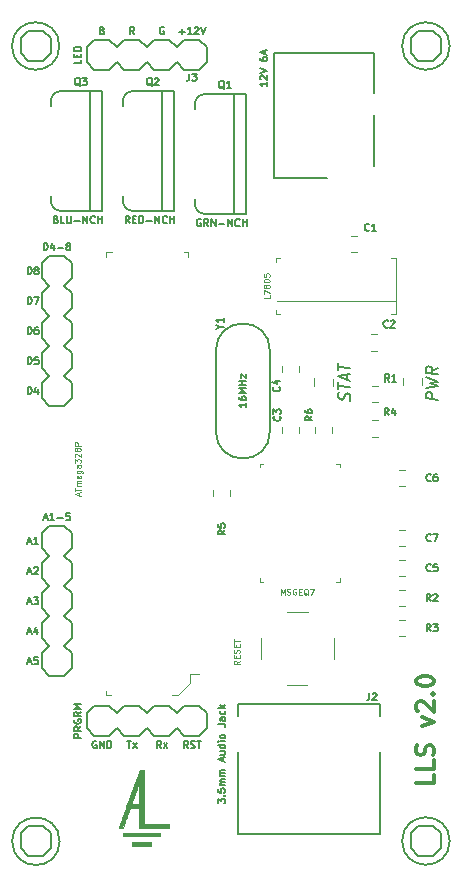
<source format=gto>
G04 #@! TF.GenerationSoftware,KiCad,Pcbnew,(5.1.2)-2*
G04 #@! TF.CreationDate,2019-07-28T18:44:43-04:00*
G04 #@! TF.ProjectId,LED-Music,4c45442d-4d75-4736-9963-2e6b69636164,rev?*
G04 #@! TF.SameCoordinates,Original*
G04 #@! TF.FileFunction,Legend,Top*
G04 #@! TF.FilePolarity,Positive*
%FSLAX46Y46*%
G04 Gerber Fmt 4.6, Leading zero omitted, Abs format (unit mm)*
G04 Created by KiCad (PCBNEW (5.1.2)-2) date 2019-07-28 18:44:43*
%MOMM*%
%LPD*%
G04 APERTURE LIST*
%ADD10C,0.150000*%
%ADD11C,0.127000*%
%ADD12C,0.300000*%
%ADD13C,0.203200*%
%ADD14C,0.010000*%
%ADD15C,0.100000*%
%ADD16C,0.120000*%
%ADD17C,0.066040*%
G04 APERTURE END LIST*
D10*
X128502615Y-124481386D02*
G75*
G03X128502615Y-124481386I-2010615J0D01*
G01*
X128481229Y-57150000D02*
G75*
G03X128481229Y-57150000I-2010615J0D01*
G01*
X161522615Y-57150000D02*
G75*
G03X161522615Y-57150000I-2010615J0D01*
G01*
X161522615Y-124460000D02*
G75*
G03X161522615Y-124460000I-2010615J0D01*
G01*
D11*
X138625942Y-55923542D02*
X139090400Y-55923542D01*
X138858171Y-56155771D02*
X138858171Y-55691314D01*
X139700000Y-56155771D02*
X139351657Y-56155771D01*
X139525828Y-56155771D02*
X139525828Y-55546171D01*
X139467771Y-55633257D01*
X139409714Y-55691314D01*
X139351657Y-55720342D01*
X139932228Y-55604228D02*
X139961257Y-55575200D01*
X140019314Y-55546171D01*
X140164457Y-55546171D01*
X140222514Y-55575200D01*
X140251542Y-55604228D01*
X140280571Y-55662285D01*
X140280571Y-55720342D01*
X140251542Y-55807428D01*
X139903200Y-56155771D01*
X140280571Y-56155771D01*
X140454742Y-55546171D02*
X140657942Y-56155771D01*
X140861142Y-55546171D01*
X137319657Y-55575200D02*
X137261600Y-55546171D01*
X137174514Y-55546171D01*
X137087428Y-55575200D01*
X137029371Y-55633257D01*
X137000342Y-55691314D01*
X136971314Y-55807428D01*
X136971314Y-55894514D01*
X137000342Y-56010628D01*
X137029371Y-56068685D01*
X137087428Y-56126742D01*
X137174514Y-56155771D01*
X137232571Y-56155771D01*
X137319657Y-56126742D01*
X137348685Y-56097714D01*
X137348685Y-55894514D01*
X137232571Y-55894514D01*
X134808685Y-56155771D02*
X134605485Y-55865485D01*
X134460342Y-56155771D02*
X134460342Y-55546171D01*
X134692571Y-55546171D01*
X134750628Y-55575200D01*
X134779657Y-55604228D01*
X134808685Y-55662285D01*
X134808685Y-55749371D01*
X134779657Y-55807428D01*
X134750628Y-55836457D01*
X134692571Y-55865485D01*
X134460342Y-55865485D01*
X132123542Y-55836457D02*
X132210628Y-55865485D01*
X132239657Y-55894514D01*
X132268685Y-55952571D01*
X132268685Y-56039657D01*
X132239657Y-56097714D01*
X132210628Y-56126742D01*
X132152571Y-56155771D01*
X131920342Y-56155771D01*
X131920342Y-55546171D01*
X132123542Y-55546171D01*
X132181600Y-55575200D01*
X132210628Y-55604228D01*
X132239657Y-55662285D01*
X132239657Y-55720342D01*
X132210628Y-55778400D01*
X132181600Y-55807428D01*
X132123542Y-55836457D01*
X131920342Y-55836457D01*
X125802571Y-99161600D02*
X126092857Y-99161600D01*
X125744514Y-99335771D02*
X125947714Y-98726171D01*
X126150914Y-99335771D01*
X126673428Y-99335771D02*
X126325085Y-99335771D01*
X126499257Y-99335771D02*
X126499257Y-98726171D01*
X126441200Y-98813257D01*
X126383142Y-98871314D01*
X126325085Y-98900342D01*
X125788057Y-76475771D02*
X125788057Y-75866171D01*
X125933200Y-75866171D01*
X126020285Y-75895200D01*
X126078342Y-75953257D01*
X126107371Y-76011314D01*
X126136400Y-76127428D01*
X126136400Y-76214514D01*
X126107371Y-76330628D01*
X126078342Y-76388685D01*
X126020285Y-76446742D01*
X125933200Y-76475771D01*
X125788057Y-76475771D01*
X126484742Y-76127428D02*
X126426685Y-76098400D01*
X126397657Y-76069371D01*
X126368628Y-76011314D01*
X126368628Y-75982285D01*
X126397657Y-75924228D01*
X126426685Y-75895200D01*
X126484742Y-75866171D01*
X126600857Y-75866171D01*
X126658914Y-75895200D01*
X126687942Y-75924228D01*
X126716971Y-75982285D01*
X126716971Y-76011314D01*
X126687942Y-76069371D01*
X126658914Y-76098400D01*
X126600857Y-76127428D01*
X126484742Y-76127428D01*
X126426685Y-76156457D01*
X126397657Y-76185485D01*
X126368628Y-76243542D01*
X126368628Y-76359657D01*
X126397657Y-76417714D01*
X126426685Y-76446742D01*
X126484742Y-76475771D01*
X126600857Y-76475771D01*
X126658914Y-76446742D01*
X126687942Y-76417714D01*
X126716971Y-76359657D01*
X126716971Y-76243542D01*
X126687942Y-76185485D01*
X126658914Y-76156457D01*
X126600857Y-76127428D01*
X125788057Y-79015771D02*
X125788057Y-78406171D01*
X125933200Y-78406171D01*
X126020285Y-78435200D01*
X126078342Y-78493257D01*
X126107371Y-78551314D01*
X126136400Y-78667428D01*
X126136400Y-78754514D01*
X126107371Y-78870628D01*
X126078342Y-78928685D01*
X126020285Y-78986742D01*
X125933200Y-79015771D01*
X125788057Y-79015771D01*
X126339600Y-78406171D02*
X126746000Y-78406171D01*
X126484742Y-79015771D01*
X125788057Y-81555771D02*
X125788057Y-80946171D01*
X125933200Y-80946171D01*
X126020285Y-80975200D01*
X126078342Y-81033257D01*
X126107371Y-81091314D01*
X126136400Y-81207428D01*
X126136400Y-81294514D01*
X126107371Y-81410628D01*
X126078342Y-81468685D01*
X126020285Y-81526742D01*
X125933200Y-81555771D01*
X125788057Y-81555771D01*
X126658914Y-80946171D02*
X126542800Y-80946171D01*
X126484742Y-80975200D01*
X126455714Y-81004228D01*
X126397657Y-81091314D01*
X126368628Y-81207428D01*
X126368628Y-81439657D01*
X126397657Y-81497714D01*
X126426685Y-81526742D01*
X126484742Y-81555771D01*
X126600857Y-81555771D01*
X126658914Y-81526742D01*
X126687942Y-81497714D01*
X126716971Y-81439657D01*
X126716971Y-81294514D01*
X126687942Y-81236457D01*
X126658914Y-81207428D01*
X126600857Y-81178400D01*
X126484742Y-81178400D01*
X126426685Y-81207428D01*
X126397657Y-81236457D01*
X126368628Y-81294514D01*
X125788057Y-84095771D02*
X125788057Y-83486171D01*
X125933200Y-83486171D01*
X126020285Y-83515200D01*
X126078342Y-83573257D01*
X126107371Y-83631314D01*
X126136400Y-83747428D01*
X126136400Y-83834514D01*
X126107371Y-83950628D01*
X126078342Y-84008685D01*
X126020285Y-84066742D01*
X125933200Y-84095771D01*
X125788057Y-84095771D01*
X126687942Y-83486171D02*
X126397657Y-83486171D01*
X126368628Y-83776457D01*
X126397657Y-83747428D01*
X126455714Y-83718400D01*
X126600857Y-83718400D01*
X126658914Y-83747428D01*
X126687942Y-83776457D01*
X126716971Y-83834514D01*
X126716971Y-83979657D01*
X126687942Y-84037714D01*
X126658914Y-84066742D01*
X126600857Y-84095771D01*
X126455714Y-84095771D01*
X126397657Y-84066742D01*
X126368628Y-84037714D01*
X125788057Y-86635771D02*
X125788057Y-86026171D01*
X125933200Y-86026171D01*
X126020285Y-86055200D01*
X126078342Y-86113257D01*
X126107371Y-86171314D01*
X126136400Y-86287428D01*
X126136400Y-86374514D01*
X126107371Y-86490628D01*
X126078342Y-86548685D01*
X126020285Y-86606742D01*
X125933200Y-86635771D01*
X125788057Y-86635771D01*
X126658914Y-86229371D02*
X126658914Y-86635771D01*
X126513771Y-85997142D02*
X126368628Y-86432571D01*
X126746000Y-86432571D01*
X125802571Y-109321600D02*
X126092857Y-109321600D01*
X125744514Y-109495771D02*
X125947714Y-108886171D01*
X126150914Y-109495771D01*
X126644400Y-108886171D02*
X126354114Y-108886171D01*
X126325085Y-109176457D01*
X126354114Y-109147428D01*
X126412171Y-109118400D01*
X126557314Y-109118400D01*
X126615371Y-109147428D01*
X126644400Y-109176457D01*
X126673428Y-109234514D01*
X126673428Y-109379657D01*
X126644400Y-109437714D01*
X126615371Y-109466742D01*
X126557314Y-109495771D01*
X126412171Y-109495771D01*
X126354114Y-109466742D01*
X126325085Y-109437714D01*
X125802571Y-106781600D02*
X126092857Y-106781600D01*
X125744514Y-106955771D02*
X125947714Y-106346171D01*
X126150914Y-106955771D01*
X126615371Y-106549371D02*
X126615371Y-106955771D01*
X126470228Y-106317142D02*
X126325085Y-106752571D01*
X126702457Y-106752571D01*
X125802571Y-104241600D02*
X126092857Y-104241600D01*
X125744514Y-104415771D02*
X125947714Y-103806171D01*
X126150914Y-104415771D01*
X126296057Y-103806171D02*
X126673428Y-103806171D01*
X126470228Y-104038400D01*
X126557314Y-104038400D01*
X126615371Y-104067428D01*
X126644400Y-104096457D01*
X126673428Y-104154514D01*
X126673428Y-104299657D01*
X126644400Y-104357714D01*
X126615371Y-104386742D01*
X126557314Y-104415771D01*
X126383142Y-104415771D01*
X126325085Y-104386742D01*
X126296057Y-104357714D01*
X125802571Y-101701600D02*
X126092857Y-101701600D01*
X125744514Y-101875771D02*
X125947714Y-101266171D01*
X126150914Y-101875771D01*
X126325085Y-101324228D02*
X126354114Y-101295200D01*
X126412171Y-101266171D01*
X126557314Y-101266171D01*
X126615371Y-101295200D01*
X126644400Y-101324228D01*
X126673428Y-101382285D01*
X126673428Y-101440342D01*
X126644400Y-101527428D01*
X126296057Y-101875771D01*
X126673428Y-101875771D01*
X139366171Y-116607771D02*
X139162971Y-116317485D01*
X139017828Y-116607771D02*
X139017828Y-115998171D01*
X139250057Y-115998171D01*
X139308114Y-116027200D01*
X139337142Y-116056228D01*
X139366171Y-116114285D01*
X139366171Y-116201371D01*
X139337142Y-116259428D01*
X139308114Y-116288457D01*
X139250057Y-116317485D01*
X139017828Y-116317485D01*
X139598400Y-116578742D02*
X139685485Y-116607771D01*
X139830628Y-116607771D01*
X139888685Y-116578742D01*
X139917714Y-116549714D01*
X139946742Y-116491657D01*
X139946742Y-116433600D01*
X139917714Y-116375542D01*
X139888685Y-116346514D01*
X139830628Y-116317485D01*
X139714514Y-116288457D01*
X139656457Y-116259428D01*
X139627428Y-116230400D01*
X139598400Y-116172342D01*
X139598400Y-116114285D01*
X139627428Y-116056228D01*
X139656457Y-116027200D01*
X139714514Y-115998171D01*
X139859657Y-115998171D01*
X139946742Y-116027200D01*
X140120914Y-115998171D02*
X140469257Y-115998171D01*
X140295085Y-116607771D02*
X140295085Y-115998171D01*
X137101942Y-116607771D02*
X136898742Y-116317485D01*
X136753600Y-116607771D02*
X136753600Y-115998171D01*
X136985828Y-115998171D01*
X137043885Y-116027200D01*
X137072914Y-116056228D01*
X137101942Y-116114285D01*
X137101942Y-116201371D01*
X137072914Y-116259428D01*
X137043885Y-116288457D01*
X136985828Y-116317485D01*
X136753600Y-116317485D01*
X137305142Y-116607771D02*
X137624457Y-116201371D01*
X137305142Y-116201371D02*
X137624457Y-116607771D01*
X134199085Y-115998171D02*
X134547428Y-115998171D01*
X134373257Y-116607771D02*
X134373257Y-115998171D01*
X134692571Y-116607771D02*
X135011885Y-116201371D01*
X134692571Y-116201371D02*
X135011885Y-116607771D01*
X131615542Y-116027200D02*
X131557485Y-115998171D01*
X131470400Y-115998171D01*
X131383314Y-116027200D01*
X131325257Y-116085257D01*
X131296228Y-116143314D01*
X131267200Y-116259428D01*
X131267200Y-116346514D01*
X131296228Y-116462628D01*
X131325257Y-116520685D01*
X131383314Y-116578742D01*
X131470400Y-116607771D01*
X131528457Y-116607771D01*
X131615542Y-116578742D01*
X131644571Y-116549714D01*
X131644571Y-116346514D01*
X131528457Y-116346514D01*
X131905828Y-116607771D02*
X131905828Y-115998171D01*
X132254171Y-116607771D01*
X132254171Y-115998171D01*
X132544457Y-116607771D02*
X132544457Y-115998171D01*
X132689600Y-115998171D01*
X132776685Y-116027200D01*
X132834742Y-116085257D01*
X132863771Y-116143314D01*
X132892800Y-116259428D01*
X132892800Y-116346514D01*
X132863771Y-116462628D01*
X132834742Y-116520685D01*
X132776685Y-116578742D01*
X132689600Y-116607771D01*
X132544457Y-116607771D01*
D12*
X160190571Y-118847714D02*
X160190571Y-119562000D01*
X158690571Y-119562000D01*
X160190571Y-117633428D02*
X160190571Y-118347714D01*
X158690571Y-118347714D01*
X160119142Y-117204857D02*
X160190571Y-116990571D01*
X160190571Y-116633428D01*
X160119142Y-116490571D01*
X160047714Y-116419142D01*
X159904857Y-116347714D01*
X159762000Y-116347714D01*
X159619142Y-116419142D01*
X159547714Y-116490571D01*
X159476285Y-116633428D01*
X159404857Y-116919142D01*
X159333428Y-117062000D01*
X159262000Y-117133428D01*
X159119142Y-117204857D01*
X158976285Y-117204857D01*
X158833428Y-117133428D01*
X158762000Y-117062000D01*
X158690571Y-116919142D01*
X158690571Y-116562000D01*
X158762000Y-116347714D01*
X159190571Y-114704857D02*
X160190571Y-114347714D01*
X159190571Y-113990571D01*
X158833428Y-113490571D02*
X158762000Y-113419142D01*
X158690571Y-113276285D01*
X158690571Y-112919142D01*
X158762000Y-112776285D01*
X158833428Y-112704857D01*
X158976285Y-112633428D01*
X159119142Y-112633428D01*
X159333428Y-112704857D01*
X160190571Y-113562000D01*
X160190571Y-112633428D01*
X160047714Y-111990571D02*
X160119142Y-111919142D01*
X160190571Y-111990571D01*
X160119142Y-112062000D01*
X160047714Y-111990571D01*
X160190571Y-111990571D01*
X158690571Y-110990571D02*
X158690571Y-110847714D01*
X158762000Y-110704857D01*
X158833428Y-110633428D01*
X158976285Y-110562000D01*
X159262000Y-110490571D01*
X159619142Y-110490571D01*
X159904857Y-110562000D01*
X160047714Y-110633428D01*
X160119142Y-110704857D01*
X160190571Y-110847714D01*
X160190571Y-110990571D01*
X160119142Y-111133428D01*
X160047714Y-111204857D01*
X159904857Y-111276285D01*
X159619142Y-111347714D01*
X159262000Y-111347714D01*
X158976285Y-111276285D01*
X158833428Y-111204857D01*
X158762000Y-111133428D01*
X158690571Y-110990571D01*
D13*
X127762000Y-56515000D02*
X127127000Y-55880000D01*
X127127000Y-55880000D02*
X125857000Y-55880000D01*
X125857000Y-55880000D02*
X125222000Y-56515000D01*
X125222000Y-56515000D02*
X125222000Y-57785000D01*
X125222000Y-57785000D02*
X125857000Y-58420000D01*
X125857000Y-58420000D02*
X127127000Y-58420000D01*
X127127000Y-58420000D02*
X127762000Y-57785000D01*
X127762000Y-57785000D02*
X127762000Y-56515000D01*
X160782000Y-57785000D02*
X160782000Y-56515000D01*
X160147000Y-58420000D02*
X160782000Y-57785000D01*
X158877000Y-58420000D02*
X160147000Y-58420000D01*
X158242000Y-57785000D02*
X158877000Y-58420000D01*
X158242000Y-56515000D02*
X158242000Y-57785000D01*
X158877000Y-55880000D02*
X158242000Y-56515000D01*
X160147000Y-55880000D02*
X158877000Y-55880000D01*
X160782000Y-56515000D02*
X160147000Y-55880000D01*
X160782000Y-123825000D02*
X160147000Y-123190000D01*
X160147000Y-123190000D02*
X158877000Y-123190000D01*
X158877000Y-123190000D02*
X158242000Y-123825000D01*
X158242000Y-123825000D02*
X158242000Y-125095000D01*
X158242000Y-125095000D02*
X158877000Y-125730000D01*
X158877000Y-125730000D02*
X160147000Y-125730000D01*
X160147000Y-125730000D02*
X160782000Y-125095000D01*
X160782000Y-125095000D02*
X160782000Y-123825000D01*
X127762000Y-125095000D02*
X127762000Y-123825000D01*
X127127000Y-125730000D02*
X127762000Y-125095000D01*
X125857000Y-125730000D02*
X127127000Y-125730000D01*
X125222000Y-125095000D02*
X125857000Y-125730000D01*
X125222000Y-123825000D02*
X125222000Y-125095000D01*
X125857000Y-123190000D02*
X125222000Y-123825000D01*
X127127000Y-123190000D02*
X125857000Y-123190000D01*
X127762000Y-123825000D02*
X127127000Y-123190000D01*
D14*
G36*
X135610600Y-123063000D02*
G01*
X137778066Y-123063000D01*
X137778066Y-123350867D01*
X135263466Y-123350867D01*
X135263466Y-121649067D01*
X134461483Y-121649067D01*
X134444865Y-121693517D01*
X134439767Y-121707638D01*
X134429468Y-121736594D01*
X134414372Y-121779240D01*
X134394882Y-121834433D01*
X134371399Y-121901027D01*
X134344329Y-121977879D01*
X134314073Y-122063844D01*
X134281034Y-122157777D01*
X134245616Y-122258535D01*
X134208221Y-122364973D01*
X134169252Y-122475946D01*
X134145240Y-122544356D01*
X133862233Y-123350745D01*
X133686550Y-123350806D01*
X133634061Y-123350533D01*
X133587809Y-123349736D01*
X133550285Y-123348503D01*
X133523981Y-123346924D01*
X133511390Y-123345089D01*
X133510660Y-123344517D01*
X133513489Y-123336142D01*
X133521863Y-123312457D01*
X133535560Y-123274076D01*
X133554360Y-123221611D01*
X133578042Y-123155674D01*
X133606384Y-123076878D01*
X133639166Y-122985834D01*
X133676166Y-122883156D01*
X133717164Y-122769456D01*
X133761939Y-122645347D01*
X133810269Y-122511440D01*
X133861934Y-122368348D01*
X133916712Y-122216684D01*
X133974383Y-122057060D01*
X134034725Y-121890089D01*
X134097518Y-121716382D01*
X134162541Y-121536553D01*
X134229572Y-121351214D01*
X134229995Y-121350042D01*
X134572633Y-121350042D01*
X134574846Y-121353045D01*
X134581418Y-121355457D01*
X134593835Y-121357342D01*
X134613585Y-121358764D01*
X134642156Y-121359788D01*
X134681034Y-121360479D01*
X134731708Y-121360901D01*
X134795665Y-121361118D01*
X134874391Y-121361194D01*
X134915427Y-121361200D01*
X135263466Y-121361200D01*
X135262682Y-120398117D01*
X135261899Y-119435033D01*
X135208890Y-119595900D01*
X135201009Y-119618965D01*
X135187822Y-119656517D01*
X135169832Y-119707175D01*
X135147540Y-119769558D01*
X135121447Y-119842285D01*
X135092054Y-119923977D01*
X135059863Y-120013250D01*
X135025376Y-120108725D01*
X134989094Y-120209021D01*
X134951518Y-120312756D01*
X134913150Y-120418549D01*
X134874491Y-120525021D01*
X134836042Y-120630789D01*
X134798305Y-120734473D01*
X134761782Y-120834692D01*
X134726974Y-120930065D01*
X134694381Y-121019210D01*
X134664507Y-121100748D01*
X134637851Y-121173297D01*
X134614917Y-121235476D01*
X134596204Y-121285904D01*
X134582214Y-121323200D01*
X134573449Y-121345983D01*
X134573290Y-121346384D01*
X134572633Y-121350042D01*
X134229995Y-121350042D01*
X134298390Y-121160976D01*
X134368775Y-120966454D01*
X134389076Y-120910356D01*
X135267699Y-118482544D01*
X135439149Y-118482539D01*
X135610600Y-118482534D01*
X135610600Y-123063000D01*
X135610600Y-123063000D01*
G37*
X135610600Y-123063000D02*
X137778066Y-123063000D01*
X137778066Y-123350867D01*
X135263466Y-123350867D01*
X135263466Y-121649067D01*
X134461483Y-121649067D01*
X134444865Y-121693517D01*
X134439767Y-121707638D01*
X134429468Y-121736594D01*
X134414372Y-121779240D01*
X134394882Y-121834433D01*
X134371399Y-121901027D01*
X134344329Y-121977879D01*
X134314073Y-122063844D01*
X134281034Y-122157777D01*
X134245616Y-122258535D01*
X134208221Y-122364973D01*
X134169252Y-122475946D01*
X134145240Y-122544356D01*
X133862233Y-123350745D01*
X133686550Y-123350806D01*
X133634061Y-123350533D01*
X133587809Y-123349736D01*
X133550285Y-123348503D01*
X133523981Y-123346924D01*
X133511390Y-123345089D01*
X133510660Y-123344517D01*
X133513489Y-123336142D01*
X133521863Y-123312457D01*
X133535560Y-123274076D01*
X133554360Y-123221611D01*
X133578042Y-123155674D01*
X133606384Y-123076878D01*
X133639166Y-122985834D01*
X133676166Y-122883156D01*
X133717164Y-122769456D01*
X133761939Y-122645347D01*
X133810269Y-122511440D01*
X133861934Y-122368348D01*
X133916712Y-122216684D01*
X133974383Y-122057060D01*
X134034725Y-121890089D01*
X134097518Y-121716382D01*
X134162541Y-121536553D01*
X134229572Y-121351214D01*
X134229995Y-121350042D01*
X134572633Y-121350042D01*
X134574846Y-121353045D01*
X134581418Y-121355457D01*
X134593835Y-121357342D01*
X134613585Y-121358764D01*
X134642156Y-121359788D01*
X134681034Y-121360479D01*
X134731708Y-121360901D01*
X134795665Y-121361118D01*
X134874391Y-121361194D01*
X134915427Y-121361200D01*
X135263466Y-121361200D01*
X135262682Y-120398117D01*
X135261899Y-119435033D01*
X135208890Y-119595900D01*
X135201009Y-119618965D01*
X135187822Y-119656517D01*
X135169832Y-119707175D01*
X135147540Y-119769558D01*
X135121447Y-119842285D01*
X135092054Y-119923977D01*
X135059863Y-120013250D01*
X135025376Y-120108725D01*
X134989094Y-120209021D01*
X134951518Y-120312756D01*
X134913150Y-120418549D01*
X134874491Y-120525021D01*
X134836042Y-120630789D01*
X134798305Y-120734473D01*
X134761782Y-120834692D01*
X134726974Y-120930065D01*
X134694381Y-121019210D01*
X134664507Y-121100748D01*
X134637851Y-121173297D01*
X134614917Y-121235476D01*
X134596204Y-121285904D01*
X134582214Y-121323200D01*
X134573449Y-121345983D01*
X134573290Y-121346384D01*
X134572633Y-121350042D01*
X134229995Y-121350042D01*
X134298390Y-121160976D01*
X134368775Y-120966454D01*
X134389076Y-120910356D01*
X135267699Y-118482544D01*
X135439149Y-118482539D01*
X135610600Y-118482534D01*
X135610600Y-123063000D01*
G36*
X137024533Y-124079000D02*
G01*
X133858000Y-124079000D01*
X133858000Y-123791134D01*
X137024533Y-123791134D01*
X137024533Y-124079000D01*
X137024533Y-124079000D01*
G37*
X137024533Y-124079000D02*
X133858000Y-124079000D01*
X133858000Y-123791134D01*
X137024533Y-123791134D01*
X137024533Y-124079000D01*
G36*
X136237133Y-124857934D02*
G01*
X134645400Y-124857934D01*
X134645400Y-124570067D01*
X136237133Y-124570067D01*
X136237133Y-124857934D01*
X136237133Y-124857934D01*
G37*
X136237133Y-124857934D02*
X134645400Y-124857934D01*
X134645400Y-124570067D01*
X136237133Y-124570067D01*
X136237133Y-124857934D01*
D15*
X132420000Y-112120000D02*
X132820000Y-112120000D01*
X132420000Y-111720000D02*
X132420000Y-112120000D01*
X139500000Y-111120000D02*
X139500000Y-110320000D01*
X138500000Y-112120000D02*
X139500000Y-111120000D01*
X138000000Y-112120000D02*
X138500000Y-112120000D01*
X139500000Y-110320000D02*
X140300000Y-110320000D01*
X139400000Y-74630000D02*
X139000000Y-74630000D01*
X139400000Y-75030000D02*
X139400000Y-74630000D01*
X132400000Y-74630000D02*
X132900000Y-74630000D01*
X132400000Y-75030000D02*
X132400000Y-74630000D01*
D16*
X153668252Y-73204000D02*
X153145748Y-73204000D01*
X153668252Y-74624000D02*
X153145748Y-74624000D01*
D13*
X139954007Y-70484697D02*
G75*
G03X140843000Y-71374000I868673J-20623D01*
G01*
X140843303Y-61214007D02*
G75*
G03X139954000Y-62103000I-20623J-868673D01*
G01*
X139954000Y-70485000D02*
X139954000Y-70104000D01*
X139954000Y-62103000D02*
X139954000Y-62484000D01*
X144272000Y-71374000D02*
X143256000Y-71374000D01*
X144272000Y-61214000D02*
X144272000Y-71374000D01*
X143256000Y-61214000D02*
X144272000Y-61214000D01*
X143256000Y-71374000D02*
X143256000Y-61214000D01*
X143256000Y-71374000D02*
X140843000Y-71374000D01*
X143256000Y-61214000D02*
X140843000Y-61214000D01*
D17*
X143256000Y-61214000D02*
X144272000Y-61214000D01*
X144272000Y-61214000D02*
X144272000Y-71374000D01*
X143256000Y-71374000D02*
X144272000Y-71374000D01*
X143256000Y-61214000D02*
X143256000Y-71374000D01*
D16*
X150076000Y-85898000D02*
X150076000Y-85298000D01*
X151676000Y-85918000D02*
X151676000Y-85318000D01*
X150166000Y-89400748D02*
X150166000Y-89923252D01*
X151586000Y-89400748D02*
X151586000Y-89923252D01*
D13*
X127635000Y-74930000D02*
X128905000Y-74930000D01*
X129540000Y-85725000D02*
X129540000Y-86995000D01*
X128905000Y-87630000D02*
X129540000Y-86995000D01*
X127000000Y-86995000D02*
X127635000Y-87630000D01*
X127635000Y-87630000D02*
X128905000Y-87630000D01*
X129540000Y-84455000D02*
X128905000Y-85090000D01*
X129540000Y-83185000D02*
X129540000Y-84455000D01*
X128905000Y-82550000D02*
X129540000Y-83185000D01*
X127000000Y-83185000D02*
X127635000Y-82550000D01*
X127000000Y-84455000D02*
X127000000Y-83185000D01*
X127635000Y-85090000D02*
X127000000Y-84455000D01*
X128905000Y-85090000D02*
X129540000Y-85725000D01*
X127000000Y-85725000D02*
X127635000Y-85090000D01*
X127000000Y-86995000D02*
X127000000Y-85725000D01*
X129540000Y-78105000D02*
X129540000Y-79375000D01*
X128905000Y-80010000D02*
X129540000Y-79375000D01*
X127000000Y-79375000D02*
X127635000Y-80010000D01*
X129540000Y-81915000D02*
X128905000Y-82550000D01*
X129540000Y-80645000D02*
X129540000Y-81915000D01*
X128905000Y-80010000D02*
X129540000Y-80645000D01*
X127000000Y-80645000D02*
X127635000Y-80010000D01*
X127000000Y-81915000D02*
X127000000Y-80645000D01*
X127635000Y-82550000D02*
X127000000Y-81915000D01*
X129540000Y-76835000D02*
X128905000Y-77470000D01*
X129540000Y-75565000D02*
X129540000Y-76835000D01*
X128905000Y-74930000D02*
X129540000Y-75565000D01*
X127000000Y-75565000D02*
X127635000Y-74930000D01*
X127000000Y-76835000D02*
X127000000Y-75565000D01*
X127635000Y-77470000D02*
X127000000Y-76835000D01*
X128905000Y-77470000D02*
X129540000Y-78105000D01*
X127000000Y-78105000D02*
X127635000Y-77470000D01*
X127000000Y-79375000D02*
X127000000Y-78105000D01*
X130810000Y-114935000D02*
X130810000Y-113665000D01*
X139065000Y-113030000D02*
X140335000Y-113030000D01*
X140970000Y-113665000D02*
X140335000Y-113030000D01*
X140335000Y-115570000D02*
X140970000Y-114935000D01*
X140970000Y-114935000D02*
X140970000Y-113665000D01*
X137795000Y-113030000D02*
X138430000Y-113665000D01*
X136525000Y-113030000D02*
X137795000Y-113030000D01*
X135890000Y-113665000D02*
X136525000Y-113030000D01*
X136525000Y-115570000D02*
X135890000Y-114935000D01*
X137795000Y-115570000D02*
X136525000Y-115570000D01*
X138430000Y-114935000D02*
X137795000Y-115570000D01*
X138430000Y-113665000D02*
X139065000Y-113030000D01*
X139065000Y-115570000D02*
X138430000Y-114935000D01*
X140335000Y-115570000D02*
X139065000Y-115570000D01*
X131445000Y-113030000D02*
X132715000Y-113030000D01*
X133350000Y-113665000D02*
X132715000Y-113030000D01*
X132715000Y-115570000D02*
X133350000Y-114935000D01*
X135255000Y-113030000D02*
X135890000Y-113665000D01*
X133985000Y-113030000D02*
X135255000Y-113030000D01*
X133350000Y-113665000D02*
X133985000Y-113030000D01*
X133985000Y-115570000D02*
X133350000Y-114935000D01*
X135255000Y-115570000D02*
X133985000Y-115570000D01*
X135890000Y-114935000D02*
X135255000Y-115570000D01*
X130810000Y-113665000D02*
X131445000Y-113030000D01*
X131445000Y-115570000D02*
X130810000Y-114935000D01*
X132715000Y-115570000D02*
X131445000Y-115570000D01*
X128905000Y-110490000D02*
X127635000Y-110490000D01*
X127000000Y-99695000D02*
X127000000Y-98425000D01*
X127635000Y-97790000D02*
X127000000Y-98425000D01*
X129540000Y-98425000D02*
X128905000Y-97790000D01*
X128905000Y-97790000D02*
X127635000Y-97790000D01*
X127000000Y-100965000D02*
X127635000Y-100330000D01*
X127000000Y-102235000D02*
X127000000Y-100965000D01*
X127635000Y-102870000D02*
X127000000Y-102235000D01*
X129540000Y-102235000D02*
X128905000Y-102870000D01*
X129540000Y-100965000D02*
X129540000Y-102235000D01*
X128905000Y-100330000D02*
X129540000Y-100965000D01*
X127635000Y-100330000D02*
X127000000Y-99695000D01*
X129540000Y-99695000D02*
X128905000Y-100330000D01*
X129540000Y-98425000D02*
X129540000Y-99695000D01*
X127000000Y-107315000D02*
X127000000Y-106045000D01*
X127635000Y-105410000D02*
X127000000Y-106045000D01*
X129540000Y-106045000D02*
X128905000Y-105410000D01*
X127000000Y-103505000D02*
X127635000Y-102870000D01*
X127000000Y-104775000D02*
X127000000Y-103505000D01*
X127635000Y-105410000D02*
X127000000Y-104775000D01*
X129540000Y-104775000D02*
X128905000Y-105410000D01*
X129540000Y-103505000D02*
X129540000Y-104775000D01*
X128905000Y-102870000D02*
X129540000Y-103505000D01*
X127000000Y-108585000D02*
X127635000Y-107950000D01*
X127000000Y-109855000D02*
X127000000Y-108585000D01*
X127635000Y-110490000D02*
X127000000Y-109855000D01*
X129540000Y-109855000D02*
X128905000Y-110490000D01*
X129540000Y-108585000D02*
X129540000Y-109855000D01*
X128905000Y-107950000D02*
X129540000Y-108585000D01*
X127635000Y-107950000D02*
X127000000Y-107315000D01*
X129540000Y-107315000D02*
X128905000Y-107950000D01*
X129540000Y-106045000D02*
X129540000Y-107315000D01*
D15*
X145434000Y-102526000D02*
X145734000Y-102526000D01*
X145434000Y-102226000D02*
X145434000Y-102526000D01*
X152234000Y-102526000D02*
X151934000Y-102526000D01*
X152234000Y-102226000D02*
X152234000Y-102526000D01*
X152234000Y-92526000D02*
X151934000Y-92526000D01*
X152234000Y-92826000D02*
X152234000Y-92526000D01*
X145434000Y-92526000D02*
X145734000Y-92526000D01*
X145434000Y-92826000D02*
X145434000Y-92526000D01*
X147766200Y-111278600D02*
X149466200Y-111278600D01*
X151766200Y-108178600D02*
X151766200Y-107278600D01*
X151766200Y-108178600D02*
X151766200Y-109078600D01*
X145566200Y-108178600D02*
X145566200Y-107278600D01*
X145566200Y-108178600D02*
X145566200Y-109078600D01*
X147766200Y-105078600D02*
X149566200Y-105078600D01*
D13*
X141732000Y-89789000D02*
G75*
G03X146304000Y-89789000I2286000J0D01*
G01*
X146304000Y-82931000D02*
G75*
G03X141732000Y-82931000I-2286000J0D01*
G01*
X141732000Y-82931000D02*
X141732000Y-89789000D01*
X146304000Y-89789000D02*
X146304000Y-82931000D01*
D15*
X146792000Y-79870000D02*
X146792000Y-79470000D01*
X147192000Y-79870000D02*
X146792000Y-79870000D01*
X156992000Y-79870000D02*
X156592000Y-79870000D01*
X156992000Y-79870000D02*
X156992000Y-79470000D01*
X156992000Y-75070000D02*
X156592000Y-75070000D01*
X156992000Y-75070000D02*
X156992000Y-79470000D01*
X146792000Y-75070000D02*
X147192000Y-75070000D01*
X146792000Y-75070000D02*
X146792000Y-75470000D01*
X156992000Y-78760000D02*
X146892000Y-78760000D01*
D16*
X142950000Y-95266252D02*
X142950000Y-94743748D01*
X141530000Y-95266252D02*
X141530000Y-94743748D01*
X154941748Y-90245000D02*
X155464252Y-90245000D01*
X154941748Y-88825000D02*
X155464252Y-88825000D01*
X157741252Y-105716000D02*
X157218748Y-105716000D01*
X157741252Y-107136000D02*
X157218748Y-107136000D01*
X157741252Y-103176000D02*
X157218748Y-103176000D01*
X157741252Y-104596000D02*
X157218748Y-104596000D01*
X155455252Y-85904000D02*
X154932748Y-85904000D01*
X155455252Y-87324000D02*
X154932748Y-87324000D01*
D13*
X127762007Y-70230697D02*
G75*
G03X128651000Y-71120000I868673J-20623D01*
G01*
X128651303Y-60960007D02*
G75*
G03X127762000Y-61849000I-20623J-868673D01*
G01*
X127762000Y-70231000D02*
X127762000Y-69850000D01*
X127762000Y-61849000D02*
X127762000Y-62230000D01*
X132080000Y-71120000D02*
X131064000Y-71120000D01*
X132080000Y-60960000D02*
X132080000Y-71120000D01*
X131064000Y-60960000D02*
X132080000Y-60960000D01*
X131064000Y-71120000D02*
X131064000Y-60960000D01*
X131064000Y-71120000D02*
X128651000Y-71120000D01*
X131064000Y-60960000D02*
X128651000Y-60960000D01*
D17*
X131064000Y-60960000D02*
X132080000Y-60960000D01*
X132080000Y-60960000D02*
X132080000Y-71120000D01*
X131064000Y-71120000D02*
X132080000Y-71120000D01*
X131064000Y-60960000D02*
X131064000Y-71120000D01*
D13*
X133858007Y-70230697D02*
G75*
G03X134747000Y-71120000I868673J-20623D01*
G01*
X134747303Y-60960007D02*
G75*
G03X133858000Y-61849000I-20623J-868673D01*
G01*
X133858000Y-70231000D02*
X133858000Y-69850000D01*
X133858000Y-61849000D02*
X133858000Y-62230000D01*
X138176000Y-71120000D02*
X137160000Y-71120000D01*
X138176000Y-60960000D02*
X138176000Y-71120000D01*
X137160000Y-60960000D02*
X138176000Y-60960000D01*
X137160000Y-71120000D02*
X137160000Y-60960000D01*
X137160000Y-71120000D02*
X134747000Y-71120000D01*
X137160000Y-60960000D02*
X134747000Y-60960000D01*
D17*
X137160000Y-60960000D02*
X138176000Y-60960000D01*
X138176000Y-60960000D02*
X138176000Y-71120000D01*
X137160000Y-71120000D02*
X138176000Y-71120000D01*
X137160000Y-60960000D02*
X137160000Y-71120000D01*
D13*
X130810000Y-58547000D02*
X130810000Y-57277000D01*
X139065000Y-56642000D02*
X140335000Y-56642000D01*
X140970000Y-57277000D02*
X140335000Y-56642000D01*
X140335000Y-59182000D02*
X140970000Y-58547000D01*
X140970000Y-58547000D02*
X140970000Y-57277000D01*
X137795000Y-56642000D02*
X138430000Y-57277000D01*
X136525000Y-56642000D02*
X137795000Y-56642000D01*
X135890000Y-57277000D02*
X136525000Y-56642000D01*
X136525000Y-59182000D02*
X135890000Y-58547000D01*
X137795000Y-59182000D02*
X136525000Y-59182000D01*
X138430000Y-58547000D02*
X137795000Y-59182000D01*
X138430000Y-57277000D02*
X139065000Y-56642000D01*
X139065000Y-59182000D02*
X138430000Y-58547000D01*
X140335000Y-59182000D02*
X139065000Y-59182000D01*
X131445000Y-56642000D02*
X132715000Y-56642000D01*
X133350000Y-57277000D02*
X132715000Y-56642000D01*
X132715000Y-59182000D02*
X133350000Y-58547000D01*
X135255000Y-56642000D02*
X135890000Y-57277000D01*
X133985000Y-56642000D02*
X135255000Y-56642000D01*
X133350000Y-57277000D02*
X133985000Y-56642000D01*
X133985000Y-59182000D02*
X133350000Y-58547000D01*
X135255000Y-59182000D02*
X133985000Y-59182000D01*
X135890000Y-58547000D02*
X135255000Y-59182000D01*
X130810000Y-57277000D02*
X131445000Y-56642000D01*
X131445000Y-59182000D02*
X130810000Y-58547000D01*
X132715000Y-59182000D02*
X131445000Y-59182000D01*
X155605480Y-112897920D02*
X155605480Y-113896140D01*
X155605480Y-123893580D02*
X155605480Y-116898420D01*
X143606520Y-123893580D02*
X155605480Y-123893580D01*
X143606520Y-112897920D02*
X143606520Y-113896140D01*
X143606520Y-123893580D02*
X143606520Y-116898420D01*
X143606520Y-112897920D02*
X155605480Y-112897920D01*
X146626580Y-57708800D02*
X146677380Y-57708800D01*
X155127960Y-57708800D02*
X146626580Y-57708800D01*
X146626580Y-57708800D02*
X146626580Y-68308220D01*
X155127960Y-61117480D02*
X155127960Y-57708800D01*
X155127960Y-67310000D02*
X155127960Y-63009780D01*
X146626580Y-68308220D02*
X151127460Y-68308220D01*
D16*
X157569000Y-85864000D02*
X157569000Y-85264000D01*
X159169000Y-85884000D02*
X159169000Y-85284000D01*
X157218748Y-99516000D02*
X157741252Y-99516000D01*
X157218748Y-98096000D02*
X157741252Y-98096000D01*
X157741252Y-93016000D02*
X157218748Y-93016000D01*
X157741252Y-94436000D02*
X157218748Y-94436000D01*
X157218748Y-102056000D02*
X157741252Y-102056000D01*
X157218748Y-100636000D02*
X157741252Y-100636000D01*
X147372000Y-84257248D02*
X147372000Y-84779752D01*
X148792000Y-84257248D02*
X148792000Y-84779752D01*
X148792000Y-89932252D02*
X148792000Y-89409748D01*
X147372000Y-89932252D02*
X147372000Y-89409748D01*
X154869248Y-82942500D02*
X155391752Y-82942500D01*
X154869248Y-81522500D02*
X155391752Y-81522500D01*
D11*
D15*
X130131333Y-95237809D02*
X130131333Y-94999714D01*
X130274190Y-95285428D02*
X129774190Y-95118761D01*
X130274190Y-94952095D01*
X129774190Y-94856857D02*
X129774190Y-94571142D01*
X130274190Y-94714000D02*
X129774190Y-94714000D01*
X130274190Y-94404476D02*
X129940857Y-94404476D01*
X129988476Y-94404476D02*
X129964666Y-94380666D01*
X129940857Y-94333047D01*
X129940857Y-94261619D01*
X129964666Y-94214000D01*
X130012285Y-94190190D01*
X130274190Y-94190190D01*
X130012285Y-94190190D02*
X129964666Y-94166380D01*
X129940857Y-94118761D01*
X129940857Y-94047333D01*
X129964666Y-93999714D01*
X130012285Y-93975904D01*
X130274190Y-93975904D01*
X130250380Y-93547333D02*
X130274190Y-93594952D01*
X130274190Y-93690190D01*
X130250380Y-93737809D01*
X130202761Y-93761619D01*
X130012285Y-93761619D01*
X129964666Y-93737809D01*
X129940857Y-93690190D01*
X129940857Y-93594952D01*
X129964666Y-93547333D01*
X130012285Y-93523523D01*
X130059904Y-93523523D01*
X130107523Y-93761619D01*
X129940857Y-93094952D02*
X130345619Y-93094952D01*
X130393238Y-93118761D01*
X130417047Y-93142571D01*
X130440857Y-93190190D01*
X130440857Y-93261619D01*
X130417047Y-93309238D01*
X130250380Y-93094952D02*
X130274190Y-93142571D01*
X130274190Y-93237809D01*
X130250380Y-93285428D01*
X130226571Y-93309238D01*
X130178952Y-93333047D01*
X130036095Y-93333047D01*
X129988476Y-93309238D01*
X129964666Y-93285428D01*
X129940857Y-93237809D01*
X129940857Y-93142571D01*
X129964666Y-93094952D01*
X130274190Y-92642571D02*
X130012285Y-92642571D01*
X129964666Y-92666380D01*
X129940857Y-92714000D01*
X129940857Y-92809238D01*
X129964666Y-92856857D01*
X130250380Y-92642571D02*
X130274190Y-92690190D01*
X130274190Y-92809238D01*
X130250380Y-92856857D01*
X130202761Y-92880666D01*
X130155142Y-92880666D01*
X130107523Y-92856857D01*
X130083714Y-92809238D01*
X130083714Y-92690190D01*
X130059904Y-92642571D01*
X129774190Y-92452095D02*
X129774190Y-92142571D01*
X129964666Y-92309238D01*
X129964666Y-92237809D01*
X129988476Y-92190190D01*
X130012285Y-92166380D01*
X130059904Y-92142571D01*
X130178952Y-92142571D01*
X130226571Y-92166380D01*
X130250380Y-92190190D01*
X130274190Y-92237809D01*
X130274190Y-92380666D01*
X130250380Y-92428285D01*
X130226571Y-92452095D01*
X129821809Y-91952095D02*
X129798000Y-91928285D01*
X129774190Y-91880666D01*
X129774190Y-91761619D01*
X129798000Y-91714000D01*
X129821809Y-91690190D01*
X129869428Y-91666380D01*
X129917047Y-91666380D01*
X129988476Y-91690190D01*
X130274190Y-91975904D01*
X130274190Y-91666380D01*
X129988476Y-91380666D02*
X129964666Y-91428285D01*
X129940857Y-91452095D01*
X129893238Y-91475904D01*
X129869428Y-91475904D01*
X129821809Y-91452095D01*
X129798000Y-91428285D01*
X129774190Y-91380666D01*
X129774190Y-91285428D01*
X129798000Y-91237809D01*
X129821809Y-91214000D01*
X129869428Y-91190190D01*
X129893238Y-91190190D01*
X129940857Y-91214000D01*
X129964666Y-91237809D01*
X129988476Y-91285428D01*
X129988476Y-91380666D01*
X130012285Y-91428285D01*
X130036095Y-91452095D01*
X130083714Y-91475904D01*
X130178952Y-91475904D01*
X130226571Y-91452095D01*
X130250380Y-91428285D01*
X130274190Y-91380666D01*
X130274190Y-91285428D01*
X130250380Y-91237809D01*
X130226571Y-91214000D01*
X130178952Y-91190190D01*
X130083714Y-91190190D01*
X130036095Y-91214000D01*
X130012285Y-91237809D01*
X129988476Y-91285428D01*
X130274190Y-90975904D02*
X129774190Y-90975904D01*
X129774190Y-90785428D01*
X129798000Y-90737809D01*
X129821809Y-90714000D01*
X129869428Y-90690190D01*
X129940857Y-90690190D01*
X129988476Y-90714000D01*
X130012285Y-90737809D01*
X130036095Y-90785428D01*
X130036095Y-90975904D01*
D11*
X154711400Y-72734714D02*
X154682371Y-72763742D01*
X154595285Y-72792771D01*
X154537228Y-72792771D01*
X154450142Y-72763742D01*
X154392085Y-72705685D01*
X154363057Y-72647628D01*
X154334028Y-72531514D01*
X154334028Y-72444428D01*
X154363057Y-72328314D01*
X154392085Y-72270257D01*
X154450142Y-72212200D01*
X154537228Y-72183171D01*
X154595285Y-72183171D01*
X154682371Y-72212200D01*
X154711400Y-72241228D01*
X155291971Y-72792771D02*
X154943628Y-72792771D01*
X155117800Y-72792771D02*
X155117800Y-72183171D01*
X155059742Y-72270257D01*
X155001685Y-72328314D01*
X154943628Y-72357342D01*
X142435942Y-60785828D02*
X142377885Y-60756800D01*
X142319828Y-60698742D01*
X142232742Y-60611657D01*
X142174685Y-60582628D01*
X142116628Y-60582628D01*
X142145657Y-60727771D02*
X142087600Y-60698742D01*
X142029542Y-60640685D01*
X142000514Y-60524571D01*
X142000514Y-60321371D01*
X142029542Y-60205257D01*
X142087600Y-60147200D01*
X142145657Y-60118171D01*
X142261771Y-60118171D01*
X142319828Y-60147200D01*
X142377885Y-60205257D01*
X142406914Y-60321371D01*
X142406914Y-60524571D01*
X142377885Y-60640685D01*
X142319828Y-60698742D01*
X142261771Y-60727771D01*
X142145657Y-60727771D01*
X142987485Y-60727771D02*
X142639142Y-60727771D01*
X142813314Y-60727771D02*
X142813314Y-60118171D01*
X142755257Y-60205257D01*
X142697200Y-60263314D01*
X142639142Y-60292342D01*
X140454742Y-71831200D02*
X140396685Y-71802171D01*
X140309600Y-71802171D01*
X140222514Y-71831200D01*
X140164457Y-71889257D01*
X140135428Y-71947314D01*
X140106400Y-72063428D01*
X140106400Y-72150514D01*
X140135428Y-72266628D01*
X140164457Y-72324685D01*
X140222514Y-72382742D01*
X140309600Y-72411771D01*
X140367657Y-72411771D01*
X140454742Y-72382742D01*
X140483771Y-72353714D01*
X140483771Y-72150514D01*
X140367657Y-72150514D01*
X141093371Y-72411771D02*
X140890171Y-72121485D01*
X140745028Y-72411771D02*
X140745028Y-71802171D01*
X140977257Y-71802171D01*
X141035314Y-71831200D01*
X141064342Y-71860228D01*
X141093371Y-71918285D01*
X141093371Y-72005371D01*
X141064342Y-72063428D01*
X141035314Y-72092457D01*
X140977257Y-72121485D01*
X140745028Y-72121485D01*
X141354628Y-72411771D02*
X141354628Y-71802171D01*
X141702971Y-72411771D01*
X141702971Y-71802171D01*
X141993257Y-72179542D02*
X142457714Y-72179542D01*
X142748000Y-72411771D02*
X142748000Y-71802171D01*
X143096342Y-72411771D01*
X143096342Y-71802171D01*
X143734971Y-72353714D02*
X143705942Y-72382742D01*
X143618857Y-72411771D01*
X143560800Y-72411771D01*
X143473714Y-72382742D01*
X143415657Y-72324685D01*
X143386628Y-72266628D01*
X143357600Y-72150514D01*
X143357600Y-72063428D01*
X143386628Y-71947314D01*
X143415657Y-71889257D01*
X143473714Y-71831200D01*
X143560800Y-71802171D01*
X143618857Y-71802171D01*
X143705942Y-71831200D01*
X143734971Y-71860228D01*
X143996228Y-72411771D02*
X143996228Y-71802171D01*
X143996228Y-72092457D02*
X144344571Y-72092457D01*
X144344571Y-72411771D02*
X144344571Y-71802171D01*
D10*
X153058761Y-87168223D02*
X153106380Y-87031318D01*
X153106380Y-86793223D01*
X153058761Y-86692032D01*
X153011142Y-86638461D01*
X152915904Y-86578937D01*
X152820666Y-86567032D01*
X152725428Y-86602747D01*
X152677809Y-86644413D01*
X152630190Y-86733699D01*
X152582571Y-86918223D01*
X152534952Y-87007508D01*
X152487333Y-87049175D01*
X152392095Y-87084889D01*
X152296857Y-87072985D01*
X152201619Y-87013461D01*
X152154000Y-86959889D01*
X152106380Y-86858699D01*
X152106380Y-86620604D01*
X152154000Y-86483699D01*
X152106380Y-86192032D02*
X152106380Y-85620604D01*
X153106380Y-86031318D02*
X152106380Y-85906318D01*
X152820666Y-85424175D02*
X152820666Y-84947985D01*
X153106380Y-85555127D02*
X152106380Y-85096794D01*
X153106380Y-84888461D01*
X152106380Y-84572985D02*
X152106380Y-84001556D01*
X153106380Y-84412270D02*
X152106380Y-84287270D01*
D11*
X149881771Y-88493600D02*
X149591485Y-88696800D01*
X149881771Y-88841942D02*
X149272171Y-88841942D01*
X149272171Y-88609714D01*
X149301200Y-88551657D01*
X149330228Y-88522628D01*
X149388285Y-88493600D01*
X149475371Y-88493600D01*
X149533428Y-88522628D01*
X149562457Y-88551657D01*
X149591485Y-88609714D01*
X149591485Y-88841942D01*
X149272171Y-87971085D02*
X149272171Y-88087200D01*
X149301200Y-88145257D01*
X149330228Y-88174285D01*
X149417314Y-88232342D01*
X149533428Y-88261371D01*
X149765657Y-88261371D01*
X149823714Y-88232342D01*
X149852742Y-88203314D01*
X149881771Y-88145257D01*
X149881771Y-88029142D01*
X149852742Y-87971085D01*
X149823714Y-87942057D01*
X149765657Y-87913028D01*
X149620514Y-87913028D01*
X149562457Y-87942057D01*
X149533428Y-87971085D01*
X149504400Y-88029142D01*
X149504400Y-88145257D01*
X149533428Y-88203314D01*
X149562457Y-88232342D01*
X149620514Y-88261371D01*
X127152400Y-74443771D02*
X127152400Y-73834171D01*
X127297542Y-73834171D01*
X127384628Y-73863200D01*
X127442685Y-73921257D01*
X127471714Y-73979314D01*
X127500742Y-74095428D01*
X127500742Y-74182514D01*
X127471714Y-74298628D01*
X127442685Y-74356685D01*
X127384628Y-74414742D01*
X127297542Y-74443771D01*
X127152400Y-74443771D01*
X128023257Y-74037371D02*
X128023257Y-74443771D01*
X127878114Y-73805142D02*
X127732971Y-74240571D01*
X128110342Y-74240571D01*
X128342571Y-74211542D02*
X128807028Y-74211542D01*
X129184400Y-74095428D02*
X129126342Y-74066400D01*
X129097314Y-74037371D01*
X129068285Y-73979314D01*
X129068285Y-73950285D01*
X129097314Y-73892228D01*
X129126342Y-73863200D01*
X129184400Y-73834171D01*
X129300514Y-73834171D01*
X129358571Y-73863200D01*
X129387600Y-73892228D01*
X129416628Y-73950285D01*
X129416628Y-73979314D01*
X129387600Y-74037371D01*
X129358571Y-74066400D01*
X129300514Y-74095428D01*
X129184400Y-74095428D01*
X129126342Y-74124457D01*
X129097314Y-74153485D01*
X129068285Y-74211542D01*
X129068285Y-74327657D01*
X129097314Y-74385714D01*
X129126342Y-74414742D01*
X129184400Y-74443771D01*
X129300514Y-74443771D01*
X129358571Y-74414742D01*
X129387600Y-74385714D01*
X129416628Y-74327657D01*
X129416628Y-74211542D01*
X129387600Y-74153485D01*
X129358571Y-74124457D01*
X129300514Y-74095428D01*
X130323771Y-115722400D02*
X129714171Y-115722400D01*
X129714171Y-115490171D01*
X129743200Y-115432114D01*
X129772228Y-115403085D01*
X129830285Y-115374057D01*
X129917371Y-115374057D01*
X129975428Y-115403085D01*
X130004457Y-115432114D01*
X130033485Y-115490171D01*
X130033485Y-115722400D01*
X130323771Y-114764457D02*
X130033485Y-114967657D01*
X130323771Y-115112800D02*
X129714171Y-115112800D01*
X129714171Y-114880571D01*
X129743200Y-114822514D01*
X129772228Y-114793485D01*
X129830285Y-114764457D01*
X129917371Y-114764457D01*
X129975428Y-114793485D01*
X130004457Y-114822514D01*
X130033485Y-114880571D01*
X130033485Y-115112800D01*
X129743200Y-114183885D02*
X129714171Y-114241942D01*
X129714171Y-114329028D01*
X129743200Y-114416114D01*
X129801257Y-114474171D01*
X129859314Y-114503200D01*
X129975428Y-114532228D01*
X130062514Y-114532228D01*
X130178628Y-114503200D01*
X130236685Y-114474171D01*
X130294742Y-114416114D01*
X130323771Y-114329028D01*
X130323771Y-114270971D01*
X130294742Y-114183885D01*
X130265714Y-114154857D01*
X130062514Y-114154857D01*
X130062514Y-114270971D01*
X130323771Y-113545257D02*
X130033485Y-113748457D01*
X130323771Y-113893600D02*
X129714171Y-113893600D01*
X129714171Y-113661371D01*
X129743200Y-113603314D01*
X129772228Y-113574285D01*
X129830285Y-113545257D01*
X129917371Y-113545257D01*
X129975428Y-113574285D01*
X130004457Y-113603314D01*
X130033485Y-113661371D01*
X130033485Y-113893600D01*
X130323771Y-113284000D02*
X129714171Y-113284000D01*
X130149600Y-113080800D01*
X129714171Y-112877600D01*
X130323771Y-112877600D01*
X127166914Y-97129600D02*
X127457200Y-97129600D01*
X127108857Y-97303771D02*
X127312057Y-96694171D01*
X127515257Y-97303771D01*
X128037771Y-97303771D02*
X127689428Y-97303771D01*
X127863600Y-97303771D02*
X127863600Y-96694171D01*
X127805542Y-96781257D01*
X127747485Y-96839314D01*
X127689428Y-96868342D01*
X128299028Y-97071542D02*
X128763485Y-97071542D01*
X129344057Y-96694171D02*
X129053771Y-96694171D01*
X129024742Y-96984457D01*
X129053771Y-96955428D01*
X129111828Y-96926400D01*
X129256971Y-96926400D01*
X129315028Y-96955428D01*
X129344057Y-96984457D01*
X129373085Y-97042514D01*
X129373085Y-97187657D01*
X129344057Y-97245714D01*
X129315028Y-97274742D01*
X129256971Y-97303771D01*
X129111828Y-97303771D01*
X129053771Y-97274742D01*
X129024742Y-97245714D01*
D15*
X147209047Y-103604190D02*
X147209047Y-103104190D01*
X147375714Y-103461333D01*
X147542380Y-103104190D01*
X147542380Y-103604190D01*
X147756666Y-103580380D02*
X147828095Y-103604190D01*
X147947142Y-103604190D01*
X147994761Y-103580380D01*
X148018571Y-103556571D01*
X148042380Y-103508952D01*
X148042380Y-103461333D01*
X148018571Y-103413714D01*
X147994761Y-103389904D01*
X147947142Y-103366095D01*
X147851904Y-103342285D01*
X147804285Y-103318476D01*
X147780476Y-103294666D01*
X147756666Y-103247047D01*
X147756666Y-103199428D01*
X147780476Y-103151809D01*
X147804285Y-103128000D01*
X147851904Y-103104190D01*
X147970952Y-103104190D01*
X148042380Y-103128000D01*
X148518571Y-103128000D02*
X148470952Y-103104190D01*
X148399523Y-103104190D01*
X148328095Y-103128000D01*
X148280476Y-103175619D01*
X148256666Y-103223238D01*
X148232857Y-103318476D01*
X148232857Y-103389904D01*
X148256666Y-103485142D01*
X148280476Y-103532761D01*
X148328095Y-103580380D01*
X148399523Y-103604190D01*
X148447142Y-103604190D01*
X148518571Y-103580380D01*
X148542380Y-103556571D01*
X148542380Y-103389904D01*
X148447142Y-103389904D01*
X148756666Y-103342285D02*
X148923333Y-103342285D01*
X148994761Y-103604190D02*
X148756666Y-103604190D01*
X148756666Y-103104190D01*
X148994761Y-103104190D01*
X149542380Y-103651809D02*
X149494761Y-103628000D01*
X149447142Y-103580380D01*
X149375714Y-103508952D01*
X149328095Y-103485142D01*
X149280476Y-103485142D01*
X149304285Y-103604190D02*
X149256666Y-103580380D01*
X149209047Y-103532761D01*
X149185238Y-103437523D01*
X149185238Y-103270857D01*
X149209047Y-103175619D01*
X149256666Y-103128000D01*
X149304285Y-103104190D01*
X149399523Y-103104190D01*
X149447142Y-103128000D01*
X149494761Y-103175619D01*
X149518571Y-103270857D01*
X149518571Y-103437523D01*
X149494761Y-103532761D01*
X149447142Y-103580380D01*
X149399523Y-103604190D01*
X149304285Y-103604190D01*
X149685238Y-103104190D02*
X150018571Y-103104190D01*
X149804285Y-103604190D01*
X143736190Y-109184190D02*
X143498095Y-109350857D01*
X143736190Y-109469904D02*
X143236190Y-109469904D01*
X143236190Y-109279428D01*
X143260000Y-109231809D01*
X143283809Y-109208000D01*
X143331428Y-109184190D01*
X143402857Y-109184190D01*
X143450476Y-109208000D01*
X143474285Y-109231809D01*
X143498095Y-109279428D01*
X143498095Y-109469904D01*
X143474285Y-108969904D02*
X143474285Y-108803238D01*
X143736190Y-108731809D02*
X143736190Y-108969904D01*
X143236190Y-108969904D01*
X143236190Y-108731809D01*
X143712380Y-108541333D02*
X143736190Y-108469904D01*
X143736190Y-108350857D01*
X143712380Y-108303238D01*
X143688571Y-108279428D01*
X143640952Y-108255619D01*
X143593333Y-108255619D01*
X143545714Y-108279428D01*
X143521904Y-108303238D01*
X143498095Y-108350857D01*
X143474285Y-108446095D01*
X143450476Y-108493714D01*
X143426666Y-108517523D01*
X143379047Y-108541333D01*
X143331428Y-108541333D01*
X143283809Y-108517523D01*
X143260000Y-108493714D01*
X143236190Y-108446095D01*
X143236190Y-108327047D01*
X143260000Y-108255619D01*
X143474285Y-108041333D02*
X143474285Y-107874666D01*
X143736190Y-107803238D02*
X143736190Y-108041333D01*
X143236190Y-108041333D01*
X143236190Y-107803238D01*
X143236190Y-107660380D02*
X143236190Y-107374666D01*
X143736190Y-107517523D02*
X143236190Y-107517523D01*
D11*
X142098485Y-80935285D02*
X142388771Y-80935285D01*
X141779171Y-81138485D02*
X142098485Y-80935285D01*
X141779171Y-80732085D01*
X142388771Y-80209571D02*
X142388771Y-80557914D01*
X142388771Y-80383742D02*
X141779171Y-80383742D01*
X141866257Y-80441800D01*
X141924314Y-80499857D01*
X141953342Y-80557914D01*
X144293771Y-87390514D02*
X144293771Y-87738857D01*
X144293771Y-87564685D02*
X143684171Y-87564685D01*
X143771257Y-87622742D01*
X143829314Y-87680800D01*
X143858342Y-87738857D01*
X143684171Y-86868000D02*
X143684171Y-86984114D01*
X143713200Y-87042171D01*
X143742228Y-87071200D01*
X143829314Y-87129257D01*
X143945428Y-87158285D01*
X144177657Y-87158285D01*
X144235714Y-87129257D01*
X144264742Y-87100228D01*
X144293771Y-87042171D01*
X144293771Y-86926057D01*
X144264742Y-86868000D01*
X144235714Y-86838971D01*
X144177657Y-86809942D01*
X144032514Y-86809942D01*
X143974457Y-86838971D01*
X143945428Y-86868000D01*
X143916400Y-86926057D01*
X143916400Y-87042171D01*
X143945428Y-87100228D01*
X143974457Y-87129257D01*
X144032514Y-87158285D01*
X144293771Y-86548685D02*
X143684171Y-86548685D01*
X144119600Y-86345485D01*
X143684171Y-86142285D01*
X144293771Y-86142285D01*
X144293771Y-85852000D02*
X143684171Y-85852000D01*
X143974457Y-85852000D02*
X143974457Y-85503657D01*
X144293771Y-85503657D02*
X143684171Y-85503657D01*
X143887371Y-85271428D02*
X143887371Y-84952114D01*
X144293771Y-85271428D01*
X144293771Y-84952114D01*
D15*
X146276190Y-78267619D02*
X146276190Y-78505714D01*
X145776190Y-78505714D01*
X145776190Y-78148571D02*
X145776190Y-77815238D01*
X146276190Y-78029523D01*
X145990476Y-77553333D02*
X145966666Y-77600952D01*
X145942857Y-77624761D01*
X145895238Y-77648571D01*
X145871428Y-77648571D01*
X145823809Y-77624761D01*
X145800000Y-77600952D01*
X145776190Y-77553333D01*
X145776190Y-77458095D01*
X145800000Y-77410476D01*
X145823809Y-77386666D01*
X145871428Y-77362857D01*
X145895238Y-77362857D01*
X145942857Y-77386666D01*
X145966666Y-77410476D01*
X145990476Y-77458095D01*
X145990476Y-77553333D01*
X146014285Y-77600952D01*
X146038095Y-77624761D01*
X146085714Y-77648571D01*
X146180952Y-77648571D01*
X146228571Y-77624761D01*
X146252380Y-77600952D01*
X146276190Y-77553333D01*
X146276190Y-77458095D01*
X146252380Y-77410476D01*
X146228571Y-77386666D01*
X146180952Y-77362857D01*
X146085714Y-77362857D01*
X146038095Y-77386666D01*
X146014285Y-77410476D01*
X145990476Y-77458095D01*
X145776190Y-77053333D02*
X145776190Y-77005714D01*
X145800000Y-76958095D01*
X145823809Y-76934285D01*
X145871428Y-76910476D01*
X145966666Y-76886666D01*
X146085714Y-76886666D01*
X146180952Y-76910476D01*
X146228571Y-76934285D01*
X146252380Y-76958095D01*
X146276190Y-77005714D01*
X146276190Y-77053333D01*
X146252380Y-77100952D01*
X146228571Y-77124761D01*
X146180952Y-77148571D01*
X146085714Y-77172380D01*
X145966666Y-77172380D01*
X145871428Y-77148571D01*
X145823809Y-77124761D01*
X145800000Y-77100952D01*
X145776190Y-77053333D01*
X145776190Y-76434285D02*
X145776190Y-76672380D01*
X146014285Y-76696190D01*
X145990476Y-76672380D01*
X145966666Y-76624761D01*
X145966666Y-76505714D01*
X145990476Y-76458095D01*
X146014285Y-76434285D01*
X146061904Y-76410476D01*
X146180952Y-76410476D01*
X146228571Y-76434285D01*
X146252380Y-76458095D01*
X146276190Y-76505714D01*
X146276190Y-76624761D01*
X146252380Y-76672380D01*
X146228571Y-76696190D01*
D11*
X142515771Y-98154600D02*
X142225485Y-98357800D01*
X142515771Y-98502942D02*
X141906171Y-98502942D01*
X141906171Y-98270714D01*
X141935200Y-98212657D01*
X141964228Y-98183628D01*
X142022285Y-98154600D01*
X142109371Y-98154600D01*
X142167428Y-98183628D01*
X142196457Y-98212657D01*
X142225485Y-98270714D01*
X142225485Y-98502942D01*
X141906171Y-97603057D02*
X141906171Y-97893342D01*
X142196457Y-97922371D01*
X142167428Y-97893342D01*
X142138400Y-97835285D01*
X142138400Y-97690142D01*
X142167428Y-97632085D01*
X142196457Y-97603057D01*
X142254514Y-97574028D01*
X142399657Y-97574028D01*
X142457714Y-97603057D01*
X142486742Y-97632085D01*
X142515771Y-97690142D01*
X142515771Y-97835285D01*
X142486742Y-97893342D01*
X142457714Y-97922371D01*
X156371400Y-88413771D02*
X156168200Y-88123485D01*
X156023057Y-88413771D02*
X156023057Y-87804171D01*
X156255285Y-87804171D01*
X156313342Y-87833200D01*
X156342371Y-87862228D01*
X156371400Y-87920285D01*
X156371400Y-88007371D01*
X156342371Y-88065428D01*
X156313342Y-88094457D01*
X156255285Y-88123485D01*
X156023057Y-88123485D01*
X156893914Y-88007371D02*
X156893914Y-88413771D01*
X156748771Y-87775142D02*
X156603628Y-88210571D01*
X156981000Y-88210571D01*
X159918400Y-106701771D02*
X159715200Y-106411485D01*
X159570057Y-106701771D02*
X159570057Y-106092171D01*
X159802285Y-106092171D01*
X159860342Y-106121200D01*
X159889371Y-106150228D01*
X159918400Y-106208285D01*
X159918400Y-106295371D01*
X159889371Y-106353428D01*
X159860342Y-106382457D01*
X159802285Y-106411485D01*
X159570057Y-106411485D01*
X160121600Y-106092171D02*
X160498971Y-106092171D01*
X160295771Y-106324400D01*
X160382857Y-106324400D01*
X160440914Y-106353428D01*
X160469942Y-106382457D01*
X160498971Y-106440514D01*
X160498971Y-106585657D01*
X160469942Y-106643714D01*
X160440914Y-106672742D01*
X160382857Y-106701771D01*
X160208685Y-106701771D01*
X160150628Y-106672742D01*
X160121600Y-106643714D01*
X159918400Y-104161771D02*
X159715200Y-103871485D01*
X159570057Y-104161771D02*
X159570057Y-103552171D01*
X159802285Y-103552171D01*
X159860342Y-103581200D01*
X159889371Y-103610228D01*
X159918400Y-103668285D01*
X159918400Y-103755371D01*
X159889371Y-103813428D01*
X159860342Y-103842457D01*
X159802285Y-103871485D01*
X159570057Y-103871485D01*
X160150628Y-103610228D02*
X160179657Y-103581200D01*
X160237714Y-103552171D01*
X160382857Y-103552171D01*
X160440914Y-103581200D01*
X160469942Y-103610228D01*
X160498971Y-103668285D01*
X160498971Y-103726342D01*
X160469942Y-103813428D01*
X160121600Y-104161771D01*
X160498971Y-104161771D01*
X156425900Y-85556271D02*
X156222700Y-85265985D01*
X156077557Y-85556271D02*
X156077557Y-84946671D01*
X156309785Y-84946671D01*
X156367842Y-84975700D01*
X156396871Y-85004728D01*
X156425900Y-85062785D01*
X156425900Y-85149871D01*
X156396871Y-85207928D01*
X156367842Y-85236957D01*
X156309785Y-85265985D01*
X156077557Y-85265985D01*
X157006471Y-85556271D02*
X156658128Y-85556271D01*
X156832300Y-85556271D02*
X156832300Y-84946671D01*
X156774242Y-85033757D01*
X156716185Y-85091814D01*
X156658128Y-85120842D01*
X130243942Y-60531828D02*
X130185885Y-60502800D01*
X130127828Y-60444742D01*
X130040742Y-60357657D01*
X129982685Y-60328628D01*
X129924628Y-60328628D01*
X129953657Y-60473771D02*
X129895600Y-60444742D01*
X129837542Y-60386685D01*
X129808514Y-60270571D01*
X129808514Y-60067371D01*
X129837542Y-59951257D01*
X129895600Y-59893200D01*
X129953657Y-59864171D01*
X130069771Y-59864171D01*
X130127828Y-59893200D01*
X130185885Y-59951257D01*
X130214914Y-60067371D01*
X130214914Y-60270571D01*
X130185885Y-60386685D01*
X130127828Y-60444742D01*
X130069771Y-60473771D01*
X129953657Y-60473771D01*
X130418114Y-59864171D02*
X130795485Y-59864171D01*
X130592285Y-60096400D01*
X130679371Y-60096400D01*
X130737428Y-60125428D01*
X130766457Y-60154457D01*
X130795485Y-60212514D01*
X130795485Y-60357657D01*
X130766457Y-60415714D01*
X130737428Y-60444742D01*
X130679371Y-60473771D01*
X130505200Y-60473771D01*
X130447142Y-60444742D01*
X130418114Y-60415714D01*
X128204685Y-71838457D02*
X128291771Y-71867485D01*
X128320800Y-71896514D01*
X128349828Y-71954571D01*
X128349828Y-72041657D01*
X128320800Y-72099714D01*
X128291771Y-72128742D01*
X128233714Y-72157771D01*
X128001485Y-72157771D01*
X128001485Y-71548171D01*
X128204685Y-71548171D01*
X128262742Y-71577200D01*
X128291771Y-71606228D01*
X128320800Y-71664285D01*
X128320800Y-71722342D01*
X128291771Y-71780400D01*
X128262742Y-71809428D01*
X128204685Y-71838457D01*
X128001485Y-71838457D01*
X128901371Y-72157771D02*
X128611085Y-72157771D01*
X128611085Y-71548171D01*
X129104571Y-71548171D02*
X129104571Y-72041657D01*
X129133600Y-72099714D01*
X129162628Y-72128742D01*
X129220685Y-72157771D01*
X129336800Y-72157771D01*
X129394857Y-72128742D01*
X129423885Y-72099714D01*
X129452914Y-72041657D01*
X129452914Y-71548171D01*
X129743200Y-71925542D02*
X130207657Y-71925542D01*
X130497942Y-72157771D02*
X130497942Y-71548171D01*
X130846285Y-72157771D01*
X130846285Y-71548171D01*
X131484914Y-72099714D02*
X131455885Y-72128742D01*
X131368800Y-72157771D01*
X131310742Y-72157771D01*
X131223657Y-72128742D01*
X131165600Y-72070685D01*
X131136571Y-72012628D01*
X131107542Y-71896514D01*
X131107542Y-71809428D01*
X131136571Y-71693314D01*
X131165600Y-71635257D01*
X131223657Y-71577200D01*
X131310742Y-71548171D01*
X131368800Y-71548171D01*
X131455885Y-71577200D01*
X131484914Y-71606228D01*
X131746171Y-72157771D02*
X131746171Y-71548171D01*
X131746171Y-71838457D02*
X132094514Y-71838457D01*
X132094514Y-72157771D02*
X132094514Y-71548171D01*
X136339942Y-60531828D02*
X136281885Y-60502800D01*
X136223828Y-60444742D01*
X136136742Y-60357657D01*
X136078685Y-60328628D01*
X136020628Y-60328628D01*
X136049657Y-60473771D02*
X135991600Y-60444742D01*
X135933542Y-60386685D01*
X135904514Y-60270571D01*
X135904514Y-60067371D01*
X135933542Y-59951257D01*
X135991600Y-59893200D01*
X136049657Y-59864171D01*
X136165771Y-59864171D01*
X136223828Y-59893200D01*
X136281885Y-59951257D01*
X136310914Y-60067371D01*
X136310914Y-60270571D01*
X136281885Y-60386685D01*
X136223828Y-60444742D01*
X136165771Y-60473771D01*
X136049657Y-60473771D01*
X136543142Y-59922228D02*
X136572171Y-59893200D01*
X136630228Y-59864171D01*
X136775371Y-59864171D01*
X136833428Y-59893200D01*
X136862457Y-59922228D01*
X136891485Y-59980285D01*
X136891485Y-60038342D01*
X136862457Y-60125428D01*
X136514114Y-60473771D01*
X136891485Y-60473771D01*
X134431314Y-72157771D02*
X134228114Y-71867485D01*
X134082971Y-72157771D02*
X134082971Y-71548171D01*
X134315200Y-71548171D01*
X134373257Y-71577200D01*
X134402285Y-71606228D01*
X134431314Y-71664285D01*
X134431314Y-71751371D01*
X134402285Y-71809428D01*
X134373257Y-71838457D01*
X134315200Y-71867485D01*
X134082971Y-71867485D01*
X134692571Y-71838457D02*
X134895771Y-71838457D01*
X134982857Y-72157771D02*
X134692571Y-72157771D01*
X134692571Y-71548171D01*
X134982857Y-71548171D01*
X135244114Y-72157771D02*
X135244114Y-71548171D01*
X135389257Y-71548171D01*
X135476342Y-71577200D01*
X135534400Y-71635257D01*
X135563428Y-71693314D01*
X135592457Y-71809428D01*
X135592457Y-71896514D01*
X135563428Y-72012628D01*
X135534400Y-72070685D01*
X135476342Y-72128742D01*
X135389257Y-72157771D01*
X135244114Y-72157771D01*
X135853714Y-71925542D02*
X136318171Y-71925542D01*
X136608457Y-72157771D02*
X136608457Y-71548171D01*
X136956800Y-72157771D01*
X136956800Y-71548171D01*
X137595428Y-72099714D02*
X137566400Y-72128742D01*
X137479314Y-72157771D01*
X137421257Y-72157771D01*
X137334171Y-72128742D01*
X137276114Y-72070685D01*
X137247085Y-72012628D01*
X137218057Y-71896514D01*
X137218057Y-71809428D01*
X137247085Y-71693314D01*
X137276114Y-71635257D01*
X137334171Y-71577200D01*
X137421257Y-71548171D01*
X137479314Y-71548171D01*
X137566400Y-71577200D01*
X137595428Y-71606228D01*
X137856685Y-72157771D02*
X137856685Y-71548171D01*
X137856685Y-71838457D02*
X138205028Y-71838457D01*
X138205028Y-72157771D02*
X138205028Y-71548171D01*
X139496800Y-59483171D02*
X139496800Y-59918600D01*
X139467771Y-60005685D01*
X139409714Y-60063742D01*
X139322628Y-60092771D01*
X139264571Y-60092771D01*
X139729028Y-59483171D02*
X140106400Y-59483171D01*
X139903200Y-59715400D01*
X139990285Y-59715400D01*
X140048342Y-59744428D01*
X140077371Y-59773457D01*
X140106400Y-59831514D01*
X140106400Y-59976657D01*
X140077371Y-60034714D01*
X140048342Y-60063742D01*
X139990285Y-60092771D01*
X139816114Y-60092771D01*
X139758057Y-60063742D01*
X139729028Y-60034714D01*
X130323771Y-58303885D02*
X130323771Y-58594171D01*
X129714171Y-58594171D01*
X130004457Y-58100685D02*
X130004457Y-57897485D01*
X130323771Y-57810400D02*
X130323771Y-58100685D01*
X129714171Y-58100685D01*
X129714171Y-57810400D01*
X130323771Y-57549142D02*
X129714171Y-57549142D01*
X129714171Y-57404000D01*
X129743200Y-57316914D01*
X129801257Y-57258857D01*
X129859314Y-57229828D01*
X129975428Y-57200800D01*
X130062514Y-57200800D01*
X130178628Y-57229828D01*
X130236685Y-57258857D01*
X130294742Y-57316914D01*
X130323771Y-57404000D01*
X130323771Y-57549142D01*
X154736800Y-111934171D02*
X154736800Y-112369600D01*
X154707771Y-112456685D01*
X154649714Y-112514742D01*
X154562628Y-112543771D01*
X154504571Y-112543771D01*
X154998057Y-111992228D02*
X155027085Y-111963200D01*
X155085142Y-111934171D01*
X155230285Y-111934171D01*
X155288342Y-111963200D01*
X155317371Y-111992228D01*
X155346400Y-112050285D01*
X155346400Y-112108342D01*
X155317371Y-112195428D01*
X154969028Y-112543771D01*
X155346400Y-112543771D01*
X141906171Y-121259600D02*
X141906171Y-120882228D01*
X142138400Y-121085428D01*
X142138400Y-120998342D01*
X142167428Y-120940285D01*
X142196457Y-120911257D01*
X142254514Y-120882228D01*
X142399657Y-120882228D01*
X142457714Y-120911257D01*
X142486742Y-120940285D01*
X142515771Y-120998342D01*
X142515771Y-121172514D01*
X142486742Y-121230571D01*
X142457714Y-121259600D01*
X142457714Y-120620971D02*
X142486742Y-120591942D01*
X142515771Y-120620971D01*
X142486742Y-120650000D01*
X142457714Y-120620971D01*
X142515771Y-120620971D01*
X141906171Y-120040400D02*
X141906171Y-120330685D01*
X142196457Y-120359714D01*
X142167428Y-120330685D01*
X142138400Y-120272628D01*
X142138400Y-120127485D01*
X142167428Y-120069428D01*
X142196457Y-120040400D01*
X142254514Y-120011371D01*
X142399657Y-120011371D01*
X142457714Y-120040400D01*
X142486742Y-120069428D01*
X142515771Y-120127485D01*
X142515771Y-120272628D01*
X142486742Y-120330685D01*
X142457714Y-120359714D01*
X142515771Y-119750114D02*
X142109371Y-119750114D01*
X142167428Y-119750114D02*
X142138400Y-119721085D01*
X142109371Y-119663028D01*
X142109371Y-119575942D01*
X142138400Y-119517885D01*
X142196457Y-119488857D01*
X142515771Y-119488857D01*
X142196457Y-119488857D02*
X142138400Y-119459828D01*
X142109371Y-119401771D01*
X142109371Y-119314685D01*
X142138400Y-119256628D01*
X142196457Y-119227600D01*
X142515771Y-119227600D01*
X142515771Y-118937314D02*
X142109371Y-118937314D01*
X142167428Y-118937314D02*
X142138400Y-118908285D01*
X142109371Y-118850228D01*
X142109371Y-118763142D01*
X142138400Y-118705085D01*
X142196457Y-118676057D01*
X142515771Y-118676057D01*
X142196457Y-118676057D02*
X142138400Y-118647028D01*
X142109371Y-118588971D01*
X142109371Y-118501885D01*
X142138400Y-118443828D01*
X142196457Y-118414800D01*
X142515771Y-118414800D01*
X142341600Y-117689085D02*
X142341600Y-117398800D01*
X142515771Y-117747142D02*
X141906171Y-117543942D01*
X142515771Y-117340742D01*
X142109371Y-116876285D02*
X142515771Y-116876285D01*
X142109371Y-117137542D02*
X142428685Y-117137542D01*
X142486742Y-117108514D01*
X142515771Y-117050457D01*
X142515771Y-116963371D01*
X142486742Y-116905314D01*
X142457714Y-116876285D01*
X142515771Y-116324742D02*
X141906171Y-116324742D01*
X142486742Y-116324742D02*
X142515771Y-116382800D01*
X142515771Y-116498914D01*
X142486742Y-116556971D01*
X142457714Y-116586000D01*
X142399657Y-116615028D01*
X142225485Y-116615028D01*
X142167428Y-116586000D01*
X142138400Y-116556971D01*
X142109371Y-116498914D01*
X142109371Y-116382800D01*
X142138400Y-116324742D01*
X142515771Y-116034457D02*
X142109371Y-116034457D01*
X141906171Y-116034457D02*
X141935200Y-116063485D01*
X141964228Y-116034457D01*
X141935200Y-116005428D01*
X141906171Y-116034457D01*
X141964228Y-116034457D01*
X142515771Y-115657085D02*
X142486742Y-115715142D01*
X142457714Y-115744171D01*
X142399657Y-115773200D01*
X142225485Y-115773200D01*
X142167428Y-115744171D01*
X142138400Y-115715142D01*
X142109371Y-115657085D01*
X142109371Y-115570000D01*
X142138400Y-115511942D01*
X142167428Y-115482914D01*
X142225485Y-115453885D01*
X142399657Y-115453885D01*
X142457714Y-115482914D01*
X142486742Y-115511942D01*
X142515771Y-115570000D01*
X142515771Y-115657085D01*
X141906171Y-114554000D02*
X142341600Y-114554000D01*
X142428685Y-114583028D01*
X142486742Y-114641085D01*
X142515771Y-114728171D01*
X142515771Y-114786228D01*
X142515771Y-114002457D02*
X142196457Y-114002457D01*
X142138400Y-114031485D01*
X142109371Y-114089542D01*
X142109371Y-114205657D01*
X142138400Y-114263714D01*
X142486742Y-114002457D02*
X142515771Y-114060514D01*
X142515771Y-114205657D01*
X142486742Y-114263714D01*
X142428685Y-114292742D01*
X142370628Y-114292742D01*
X142312571Y-114263714D01*
X142283542Y-114205657D01*
X142283542Y-114060514D01*
X142254514Y-114002457D01*
X142486742Y-113450914D02*
X142515771Y-113508971D01*
X142515771Y-113625085D01*
X142486742Y-113683142D01*
X142457714Y-113712171D01*
X142399657Y-113741200D01*
X142225485Y-113741200D01*
X142167428Y-113712171D01*
X142138400Y-113683142D01*
X142109371Y-113625085D01*
X142109371Y-113508971D01*
X142138400Y-113450914D01*
X142515771Y-113189657D02*
X141906171Y-113189657D01*
X142283542Y-113131600D02*
X142515771Y-112957428D01*
X142109371Y-112957428D02*
X142341600Y-113189657D01*
X146071771Y-60216142D02*
X146071771Y-60564485D01*
X146071771Y-60390314D02*
X145462171Y-60390314D01*
X145549257Y-60448371D01*
X145607314Y-60506428D01*
X145636342Y-60564485D01*
X145520228Y-59983914D02*
X145491200Y-59954885D01*
X145462171Y-59896828D01*
X145462171Y-59751685D01*
X145491200Y-59693628D01*
X145520228Y-59664600D01*
X145578285Y-59635571D01*
X145636342Y-59635571D01*
X145723428Y-59664600D01*
X146071771Y-60012942D01*
X146071771Y-59635571D01*
X145462171Y-59461400D02*
X146071771Y-59258200D01*
X145462171Y-59055000D01*
X145462171Y-58126085D02*
X145462171Y-58242200D01*
X145491200Y-58300257D01*
X145520228Y-58329285D01*
X145607314Y-58387342D01*
X145723428Y-58416371D01*
X145955657Y-58416371D01*
X146013714Y-58387342D01*
X146042742Y-58358314D01*
X146071771Y-58300257D01*
X146071771Y-58184142D01*
X146042742Y-58126085D01*
X146013714Y-58097057D01*
X145955657Y-58068028D01*
X145810514Y-58068028D01*
X145752457Y-58097057D01*
X145723428Y-58126085D01*
X145694400Y-58184142D01*
X145694400Y-58300257D01*
X145723428Y-58358314D01*
X145752457Y-58387342D01*
X145810514Y-58416371D01*
X145897600Y-57835800D02*
X145897600Y-57545514D01*
X146071771Y-57893857D02*
X145462171Y-57690657D01*
X146071771Y-57487457D01*
D10*
X160535880Y-87094818D02*
X159535880Y-86969818D01*
X159535880Y-86588866D01*
X159583500Y-86499580D01*
X159631119Y-86457913D01*
X159726357Y-86422199D01*
X159869214Y-86440056D01*
X159964452Y-86499580D01*
X160012071Y-86553151D01*
X160059690Y-86654342D01*
X160059690Y-87035294D01*
X159535880Y-86065056D02*
X160535880Y-85951961D01*
X159821595Y-85672199D01*
X160535880Y-85571008D01*
X159535880Y-85207913D01*
X160535880Y-84380532D02*
X160059690Y-84654342D01*
X160535880Y-84951961D02*
X159535880Y-84826961D01*
X159535880Y-84446008D01*
X159583500Y-84356723D01*
X159631119Y-84315056D01*
X159726357Y-84279342D01*
X159869214Y-84297199D01*
X159964452Y-84356723D01*
X160012071Y-84410294D01*
X160059690Y-84511485D01*
X160059690Y-84892437D01*
D11*
X159918400Y-99023714D02*
X159889371Y-99052742D01*
X159802285Y-99081771D01*
X159744228Y-99081771D01*
X159657142Y-99052742D01*
X159599085Y-98994685D01*
X159570057Y-98936628D01*
X159541028Y-98820514D01*
X159541028Y-98733428D01*
X159570057Y-98617314D01*
X159599085Y-98559257D01*
X159657142Y-98501200D01*
X159744228Y-98472171D01*
X159802285Y-98472171D01*
X159889371Y-98501200D01*
X159918400Y-98530228D01*
X160121600Y-98472171D02*
X160528000Y-98472171D01*
X160266742Y-99081771D01*
X159918400Y-93943714D02*
X159889371Y-93972742D01*
X159802285Y-94001771D01*
X159744228Y-94001771D01*
X159657142Y-93972742D01*
X159599085Y-93914685D01*
X159570057Y-93856628D01*
X159541028Y-93740514D01*
X159541028Y-93653428D01*
X159570057Y-93537314D01*
X159599085Y-93479257D01*
X159657142Y-93421200D01*
X159744228Y-93392171D01*
X159802285Y-93392171D01*
X159889371Y-93421200D01*
X159918400Y-93450228D01*
X160440914Y-93392171D02*
X160324800Y-93392171D01*
X160266742Y-93421200D01*
X160237714Y-93450228D01*
X160179657Y-93537314D01*
X160150628Y-93653428D01*
X160150628Y-93885657D01*
X160179657Y-93943714D01*
X160208685Y-93972742D01*
X160266742Y-94001771D01*
X160382857Y-94001771D01*
X160440914Y-93972742D01*
X160469942Y-93943714D01*
X160498971Y-93885657D01*
X160498971Y-93740514D01*
X160469942Y-93682457D01*
X160440914Y-93653428D01*
X160382857Y-93624400D01*
X160266742Y-93624400D01*
X160208685Y-93653428D01*
X160179657Y-93682457D01*
X160150628Y-93740514D01*
X159918400Y-101563714D02*
X159889371Y-101592742D01*
X159802285Y-101621771D01*
X159744228Y-101621771D01*
X159657142Y-101592742D01*
X159599085Y-101534685D01*
X159570057Y-101476628D01*
X159541028Y-101360514D01*
X159541028Y-101273428D01*
X159570057Y-101157314D01*
X159599085Y-101099257D01*
X159657142Y-101041200D01*
X159744228Y-101012171D01*
X159802285Y-101012171D01*
X159889371Y-101041200D01*
X159918400Y-101070228D01*
X160469942Y-101012171D02*
X160179657Y-101012171D01*
X160150628Y-101302457D01*
X160179657Y-101273428D01*
X160237714Y-101244400D01*
X160382857Y-101244400D01*
X160440914Y-101273428D01*
X160469942Y-101302457D01*
X160498971Y-101360514D01*
X160498971Y-101505657D01*
X160469942Y-101563714D01*
X160440914Y-101592742D01*
X160382857Y-101621771D01*
X160237714Y-101621771D01*
X160179657Y-101592742D01*
X160150628Y-101563714D01*
X147093214Y-86017100D02*
X147122242Y-86046128D01*
X147151271Y-86133214D01*
X147151271Y-86191271D01*
X147122242Y-86278357D01*
X147064185Y-86336414D01*
X147006128Y-86365442D01*
X146890014Y-86394471D01*
X146802928Y-86394471D01*
X146686814Y-86365442D01*
X146628757Y-86336414D01*
X146570700Y-86278357D01*
X146541671Y-86191271D01*
X146541671Y-86133214D01*
X146570700Y-86046128D01*
X146599728Y-86017100D01*
X146744871Y-85494585D02*
X147151271Y-85494585D01*
X146512642Y-85639728D02*
X146948071Y-85784871D01*
X146948071Y-85407500D01*
X147156714Y-88493600D02*
X147185742Y-88522628D01*
X147214771Y-88609714D01*
X147214771Y-88667771D01*
X147185742Y-88754857D01*
X147127685Y-88812914D01*
X147069628Y-88841942D01*
X146953514Y-88870971D01*
X146866428Y-88870971D01*
X146750314Y-88841942D01*
X146692257Y-88812914D01*
X146634200Y-88754857D01*
X146605171Y-88667771D01*
X146605171Y-88609714D01*
X146634200Y-88522628D01*
X146663228Y-88493600D01*
X146605171Y-88290400D02*
X146605171Y-87913028D01*
X146837400Y-88116228D01*
X146837400Y-88029142D01*
X146866428Y-87971085D01*
X146895457Y-87942057D01*
X146953514Y-87913028D01*
X147098657Y-87913028D01*
X147156714Y-87942057D01*
X147185742Y-87971085D01*
X147214771Y-88029142D01*
X147214771Y-88203314D01*
X147185742Y-88261371D01*
X147156714Y-88290400D01*
X156298900Y-80926214D02*
X156269871Y-80955242D01*
X156182785Y-80984271D01*
X156124728Y-80984271D01*
X156037642Y-80955242D01*
X155979585Y-80897185D01*
X155950557Y-80839128D01*
X155921528Y-80723014D01*
X155921528Y-80635928D01*
X155950557Y-80519814D01*
X155979585Y-80461757D01*
X156037642Y-80403700D01*
X156124728Y-80374671D01*
X156182785Y-80374671D01*
X156269871Y-80403700D01*
X156298900Y-80432728D01*
X156531128Y-80432728D02*
X156560157Y-80403700D01*
X156618214Y-80374671D01*
X156763357Y-80374671D01*
X156821414Y-80403700D01*
X156850442Y-80432728D01*
X156879471Y-80490785D01*
X156879471Y-80548842D01*
X156850442Y-80635928D01*
X156502100Y-80984271D01*
X156879471Y-80984271D01*
M02*

</source>
